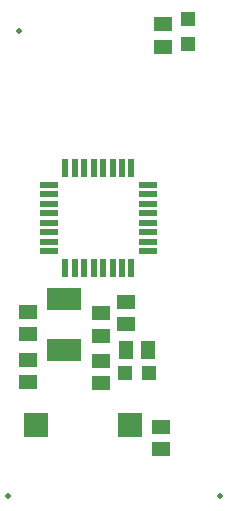
<source format=gbr>
G04 EAGLE Gerber X2 export*
%TF.Part,Single*%
%TF.FileFunction,Paste,Top*%
%TF.FilePolarity,Positive*%
%TF.GenerationSoftware,Autodesk,EAGLE,9.6.2*%
%TF.CreationDate,2022-05-02T11:32:10Z*%
G75*
%MOMM*%
%FSLAX46Y46*%
%LPD*%
%INSolderpaste Top*%
%AMOC8*
5,1,8,0,0,1.08239X$1,22.5*%
G01*
%ADD10R,1.500000X1.300000*%
%ADD11R,1.300000X1.500000*%
%ADD12R,1.200000X1.200000*%
%ADD13R,2.000000X2.000000*%
%ADD14R,0.550000X1.500000*%
%ADD15R,1.500000X0.550000*%
%ADD16R,2.950000X1.950000*%
%ADD17C,0.508000*%


D10*
X27311400Y7656700D03*
X27311400Y5756700D03*
D11*
X26251400Y14106700D03*
X24351400Y14106700D03*
D10*
X16081400Y17366700D03*
X16081400Y15466700D03*
X22271400Y15346700D03*
X22271400Y17246700D03*
X24341400Y18216700D03*
X24341400Y16316700D03*
D12*
X24241400Y12216700D03*
X26341400Y12216700D03*
X29571400Y40036700D03*
X29571400Y42136700D03*
D10*
X16091400Y13316700D03*
X16091400Y11416700D03*
X27511400Y39826700D03*
X27511400Y41726700D03*
X22231400Y11316700D03*
X22231400Y13216700D03*
D13*
X16731400Y7816700D03*
X24731400Y7816700D03*
D14*
X19211400Y21126700D03*
X20011400Y21126700D03*
X20811400Y21126700D03*
X21611400Y21126700D03*
X22411400Y21126700D03*
X23211400Y21126700D03*
X24011400Y21126700D03*
X24811400Y21126700D03*
D15*
X26211400Y22526700D03*
X26211400Y23326700D03*
X26211400Y24126700D03*
X26211400Y24926700D03*
X26211400Y25726700D03*
X26211400Y26526700D03*
X26211400Y27326700D03*
X26211400Y28126700D03*
D14*
X24811400Y29526700D03*
X24011400Y29526700D03*
X23211400Y29526700D03*
X22411400Y29526700D03*
X21611400Y29526700D03*
X20811400Y29526700D03*
X20011400Y29526700D03*
X19211400Y29526700D03*
D15*
X17811400Y28126700D03*
X17811400Y27326700D03*
X17811400Y26526700D03*
X17811400Y25726700D03*
X17811400Y24926700D03*
X17811400Y24126700D03*
X17811400Y23326700D03*
X17811400Y22526700D03*
D16*
X19101400Y18426700D03*
X19101400Y14126700D03*
D17*
X14400000Y1810000D03*
X32330000Y1800000D03*
X15320000Y41150000D03*
M02*

</source>
